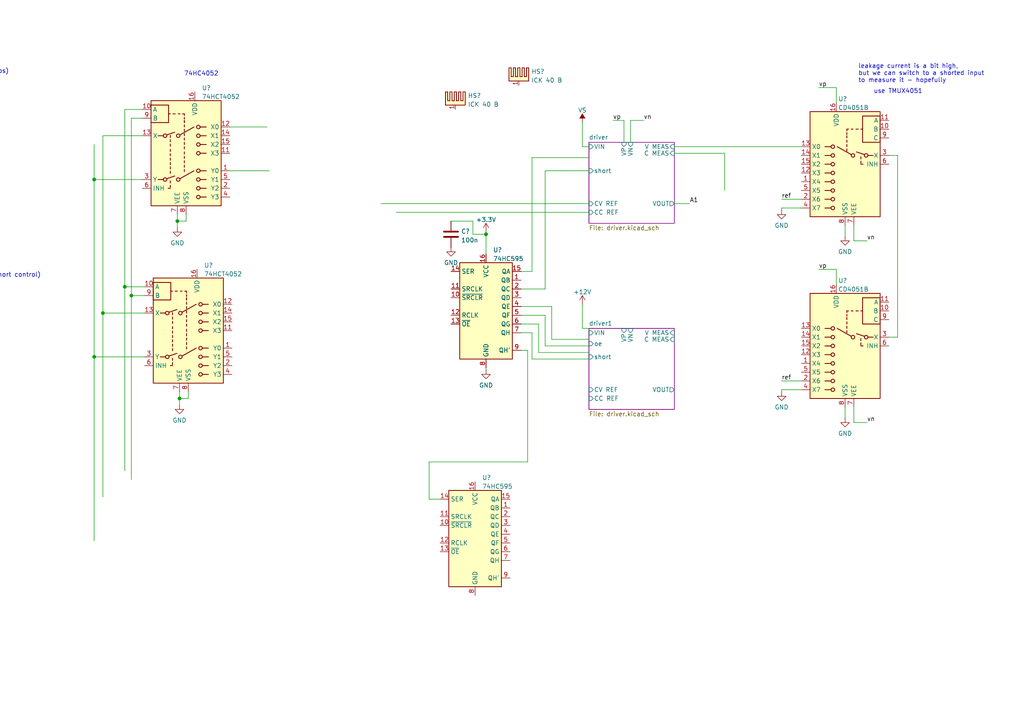
<source format=kicad_sch>
(kicad_sch (version 20211123) (generator eeschema)
  (paper "A4")
  (lib_symbols
    (symbol "74xx:74HC595"
      (property "Reference" "U" (at -7.62 13.97 0))
      (property "Value" "74HC595" (at -7.62 -16.51 0))
      (symbol "74HC595_1_0"
        (pin tri_state line (at 10.16 7.62 180) (length 2.54) (name "QB") (number "1"))
        (pin input line (at -10.16 2.54 0) (length 2.54) (name "~{SRCLR}") (number "10"))
        (pin input line (at -10.16 5.08 0) (length 2.54) (name "SRCLK") (number "11"))
        (pin input line (at -10.16 -2.54 0) (length 2.54) (name "RCLK") (number "12"))
        (pin input line (at -10.16 -5.08 0) (length 2.54) (name "~{OE}") (number "13"))
        (pin input line (at -10.16 10.16 0) (length 2.54) (name "SER") (number "14"))
        (pin tri_state line (at 10.16 10.16 180) (length 2.54) (name "QA") (number "15"))
        (pin power_in line (at 0 15.24 270) (length 2.54) (name "VCC") (number "16"))
        (pin tri_state line (at 10.16 5.08 180) (length 2.54) (name "QC") (number "2"))
        (pin tri_state line (at 10.16 2.54 180) (length 2.54) (name "QD") (number "3"))
        (pin tri_state line (at 10.16 0 180) (length 2.54) (name "QE") (number "4"))
        (pin tri_state line (at 10.16 -2.54 180) (length 2.54) (name "QF") (number "5"))
        (pin tri_state line (at 10.16 -5.08 180) (length 2.54) (name "QG") (number "6"))
        (pin tri_state line (at 10.16 -7.62 180) (length 2.54) (name "QH") (number "7"))
        (pin power_in line (at 0 -17.78 90) (length 2.54) (name "GND") (number "8"))
        (pin output line (at 10.16 -12.7 180) (length 2.54) (name "QH'") (number "9"))
      )
      (symbol "74HC595_1_1"
        (rectangle (start -7.62 12.7) (end 7.62 -15.24) (stroke (width 0.254)) (fill (type background)))
      )
    )
    (symbol "Analog_Switch:CD4051B"
      (property "Reference" "U" (at -10.16 16.51 0))
      (property "Value" "CD4051B" (at 3.81 16.51 0))
      (symbol "CD4051B_0_1"
        (rectangle (start -10.16 6.35) (end -5.08 13.97) (stroke (width 0.254)))
        (rectangle (start -10.16 15.24) (end 10.16 -15.24) (stroke (width 0.254)) (fill (type background)))
        (circle (center -6.096 2.54) (radius 0.508) (stroke (width 0.254)))
        (circle (center -2.286 2.54) (radius 0.508) (stroke (width 0.254)))
        (polyline (pts (xy -8.128 2.54) (xy -6.604 2.54)) (stroke (width 0.254)))
        (polyline (pts (xy -5.588 2.794) (xy -3.302 3.556)) (stroke (width 0.254)))
        (polyline (pts (xy -4.572 0) (xy -5.207 0)) (stroke (width 0.254)))
        (polyline (pts (xy -4.572 0.254) (xy -4.572 0.889)) (stroke (width 0.254)))
        (polyline (pts (xy -4.572 1.524) (xy -4.572 2.159)) (stroke (width 0.254)))
        (polyline (pts (xy -4.572 10.16) (xy -5.08 10.16)) (stroke (width 0.254)))
        (polyline (pts (xy -3.81 10.16) (xy -3.175 10.16)) (stroke (width 0.254)))
        (polyline (pts (xy -1.778 2.794) (xy 2.286 5.08)) (stroke (width 0.254)))
        (polyline (pts (xy -1.778 10.16) (xy -2.286 10.16)) (stroke (width 0.254)))
        (polyline (pts (xy -0.508 3.81) (xy -0.508 4.445)) (stroke (width 0.254)))
        (polyline (pts (xy -0.508 5.08) (xy -0.508 5.715)) (stroke (width 0.254)))
        (polyline (pts (xy -0.508 6.35) (xy -0.508 6.985)) (stroke (width 0.254)))
        (polyline (pts (xy -0.508 7.62) (xy -0.508 8.255)) (stroke (width 0.254)))
        (polyline (pts (xy -0.508 8.636) (xy -0.508 9.144)) (stroke (width 0.254)))
        (polyline (pts (xy -0.508 9.652) (xy -0.508 10.16)) (stroke (width 0.254)))
        (polyline (pts (xy -0.508 10.16) (xy -1.016 10.16)) (stroke (width 0.254)))
        (polyline (pts (xy 4.064 -12.7) (xy 5.842 -12.7)) (stroke (width 0.254)))
        (polyline (pts (xy 4.064 -10.16) (xy 5.842 -10.16)) (stroke (width 0.254)))
        (polyline (pts (xy 4.064 -7.62) (xy 5.842 -7.62)) (stroke (width 0.254)))
        (polyline (pts (xy 4.064 -5.08) (xy 5.842 -5.08)) (stroke (width 0.254)))
        (polyline (pts (xy 4.064 -2.54) (xy 5.842 -2.54)) (stroke (width 0.254)))
        (polyline (pts (xy 4.064 0) (xy 5.842 0)) (stroke (width 0.254)))
        (polyline (pts (xy 4.064 2.54) (xy 5.842 2.54)) (stroke (width 0.254)))
        (polyline (pts (xy 4.064 5.08) (xy 5.842 5.08)) (stroke (width 0.254)))
        (circle (center 3.556 -12.7) (radius 0.508) (stroke (width 0.254)))
        (circle (center 3.556 -10.16) (radius 0.508) (stroke (width 0.254)))
        (circle (center 3.556 -7.62) (radius 0.508) (stroke (width 0.254)))
        (circle (center 3.556 -5.08) (radius 0.508) (stroke (width 0.254)))
        (circle (center 3.556 -2.54) (radius 0.508) (stroke (width 0.254)))
        (circle (center 3.556 0) (radius 0.508) (stroke (width 0.254)))
        (circle (center 3.556 2.54) (radius 0.508) (stroke (width 0.254)))
        (circle (center 3.556 5.08) (radius 0.508) (stroke (width 0.254)))
      )
      (symbol "CD4051B_1_1"
        (pin bidirectional line (at 12.7 -5.08 180) (length 2.54) (name "X4") (number "1"))
        (pin input line (at -12.7 10.16 0) (length 2.54) (name "B") (number "10"))
        (pin input line (at -12.7 12.7 0) (length 2.54) (name "A") (number "11"))
        (pin bidirectional line (at 12.7 -2.54 180) (length 2.54) (name "X3") (number "12"))
        (pin bidirectional line (at 12.7 5.08 180) (length 2.54) (name "X0") (number "13"))
        (pin bidirectional line (at 12.7 2.54 180) (length 2.54) (name "X1") (number "14"))
        (pin bidirectional line (at 12.7 0 180) (length 2.54) (name "X2") (number "15"))
        (pin power_in line (at 2.54 17.78 270) (length 2.54) (name "VDD") (number "16"))
        (pin bidirectional line (at 12.7 -10.16 180) (length 2.54) (name "X6") (number "2"))
        (pin bidirectional line (at -12.7 2.54 0) (length 2.54) (name "X") (number "3"))
        (pin bidirectional line (at 12.7 -12.7 180) (length 2.54) (name "X7") (number "4"))
        (pin bidirectional line (at 12.7 -7.62 180) (length 2.54) (name "X5") (number "5"))
        (pin input line (at -12.7 0 0) (length 2.54) (name "INH") (number "6"))
        (pin power_in line (at -2.54 -17.78 90) (length 2.54) (name "VEE") (number "7"))
        (pin power_in line (at 0 -17.78 90) (length 2.54) (name "VSS") (number "8"))
        (pin input line (at -12.7 7.62 0) (length 2.54) (name "C") (number "9"))
      )
    )
    (symbol "Analog_Switch:CD4052B"
      (property "Reference" "U" (at -10.16 16.51 0))
      (property "Value" "CD4052B" (at 3.81 16.51 0))
      (symbol "CD4052B_0_1"
        (rectangle (start -10.16 8.89) (end -5.08 13.97) (stroke (width 0.254)))
        (rectangle (start -10.16 15.24) (end 10.16 -15.24) (stroke (width 0.254)) (fill (type background)))
        (circle (center -6.096 -7.62) (radius 0.508) (stroke (width 0.254)))
        (circle (center -6.096 5.08) (radius 0.508) (stroke (width 0.254)))
        (circle (center -2.286 -7.62) (radius 0.508) (stroke (width 0.254)))
        (circle (center -2.286 5.08) (radius 0.508) (stroke (width 0.254)))
        (polyline (pts (xy -8.128 -7.62) (xy -6.604 -7.62)) (stroke (width 0.254)))
        (polyline (pts (xy -8.128 5.08) (xy -6.604 5.08)) (stroke (width 0.254)))
        (polyline (pts (xy -5.588 -7.366) (xy -3.302 -6.604)) (stroke (width 0.254)))
        (polyline (pts (xy -5.588 5.334) (xy -3.302 6.096)) (stroke (width 0.254)))
        (polyline (pts (xy -4.572 -10.16) (xy -5.207 -10.16)) (stroke (width 0.254)))
        (polyline (pts (xy -4.572 -9.906) (xy -4.572 -9.271)) (stroke (width 0.254)))
        (polyline (pts (xy -4.572 -8.636) (xy -4.572 -8.001)) (stroke (width 0.254)))
        (polyline (pts (xy -4.572 -5.842) (xy -4.572 -5.207)) (stroke (width 0.254)))
        (polyline (pts (xy -4.572 -4.572) (xy -4.572 -3.937)) (stroke (width 0.254)))
        (polyline (pts (xy -4.572 -3.302) (xy -4.572 -2.667)) (stroke (width 0.254)))
        (polyline (pts (xy -4.572 -2.032) (xy -4.572 -1.397)) (stroke (width 0.254)))
        (polyline (pts (xy -4.572 -0.762) (xy -4.572 -0.127)) (stroke (width 0.254)))
        (polyline (pts (xy -4.572 0.508) (xy -4.572 1.143)) (stroke (width 0.254)))
        (polyline (pts (xy -4.572 2.032) (xy -4.572 2.667)) (stroke (width 0.254)))
        (polyline (pts (xy -4.572 3.302) (xy -4.572 3.937)) (stroke (width 0.254)))
        (polyline (pts (xy -4.572 4.572) (xy -4.572 5.207)) (stroke (width 0.254)))
        (polyline (pts (xy -4.572 11.43) (xy -5.08 11.43)) (stroke (width 0.254)))
        (polyline (pts (xy -3.81 11.43) (xy -3.175 11.43)) (stroke (width 0.254)))
        (polyline (pts (xy -1.778 -7.366) (xy 2.286 -5.08)) (stroke (width 0.254)))
        (polyline (pts (xy -1.778 5.334) (xy 2.286 7.62)) (stroke (width 0.254)))
        (polyline (pts (xy -1.778 11.43) (xy -2.286 11.43)) (stroke (width 0.254)))
        (polyline (pts (xy -0.508 -5.334) (xy -0.508 -4.699)) (stroke (width 0.254)))
        (polyline (pts (xy -0.508 -4.064) (xy -0.508 -3.429)) (stroke (width 0.254)))
        (polyline (pts (xy -0.508 -2.794) (xy -0.508 -2.159)) (stroke (width 0.254)))
        (polyline (pts (xy -0.508 -1.524) (xy -0.508 -0.889)) (stroke (width 0.254)))
        (polyline (pts (xy -0.508 -0.254) (xy -0.508 0.381)) (stroke (width 0.254)))
        (polyline (pts (xy -0.508 1.27) (xy -0.508 1.905)) (stroke (width 0.254)))
        (polyline (pts (xy -0.508 2.54) (xy -0.508 3.175)) (stroke (width 0.254)))
        (polyline (pts (xy -0.508 3.81) (xy -0.508 4.445)) (stroke (width 0.254)))
        (polyline (pts (xy -0.508 5.08) (xy -0.508 5.715)) (stroke (width 0.254)))
        (polyline (pts (xy -0.508 6.35) (xy -0.508 6.985)) (stroke (width 0.254)))
        (polyline (pts (xy -0.508 7.62) (xy -0.508 8.255)) (stroke (width 0.254)))
        (polyline (pts (xy -0.508 8.89) (xy -0.508 9.398)) (stroke (width 0.254)))
        (polyline (pts (xy -0.508 8.89) (xy -0.508 9.525)) (stroke (width 0.254)))
        (polyline (pts (xy -0.508 9.906) (xy -0.508 10.414)) (stroke (width 0.254)))
        (polyline (pts (xy -0.508 10.922) (xy -0.508 11.43)) (stroke (width 0.254)))
        (polyline (pts (xy -0.508 11.43) (xy -1.016 11.43)) (stroke (width 0.254)))
        (polyline (pts (xy 4.064 -12.7) (xy 5.842 -12.7)) (stroke (width 0.254)))
        (polyline (pts (xy 4.064 -10.16) (xy 5.842 -10.16)) (stroke (width 0.254)))
        (polyline (pts (xy 4.064 -7.62) (xy 5.842 -7.62)) (stroke (width 0.254)))
        (polyline (pts (xy 4.064 -5.08) (xy 5.842 -5.08)) (stroke (width 0.254)))
        (polyline (pts (xy 4.064 0) (xy 5.842 0)) (stroke (width 0.254)))
        (polyline (pts (xy 4.064 2.54) (xy 5.842 2.54)) (stroke (width 0.254)))
        (polyline (pts (xy 4.064 5.08) (xy 5.842 5.08)) (stroke (width 0.254)))
        (polyline (pts (xy 4.064 7.62) (xy 5.842 7.62)) (stroke (width 0.254)))
        (circle (center 3.556 -12.7) (radius 0.508) (stroke (width 0.254)))
        (circle (center 3.556 -10.16) (radius 0.508) (stroke (width 0.254)))
        (circle (center 3.556 -7.62) (radius 0.508) (stroke (width 0.254)))
        (circle (center 3.556 -5.08) (radius 0.508) (stroke (width 0.254)))
        (circle (center 3.556 0) (radius 0.508) (stroke (width 0.254)))
        (circle (center 3.556 2.54) (radius 0.508) (stroke (width 0.254)))
        (circle (center 3.556 5.08) (radius 0.508) (stroke (width 0.254)))
        (circle (center 3.556 7.62) (radius 0.508) (stroke (width 0.254)))
      )
      (symbol "CD4052B_1_1"
        (pin bidirectional line (at 12.7 -5.08 180) (length 2.54) (name "Y0") (number "1"))
        (pin input line (at -12.7 12.7 0) (length 2.54) (name "A") (number "10"))
        (pin bidirectional line (at 12.7 0 180) (length 2.54) (name "X3") (number "11"))
        (pin bidirectional line (at 12.7 7.62 180) (length 2.54) (name "X0") (number "12"))
        (pin bidirectional line (at -12.7 5.08 0) (length 2.54) (name "X") (number "13"))
        (pin bidirectional line (at 12.7 5.08 180) (length 2.54) (name "X1") (number "14"))
        (pin bidirectional line (at 12.7 2.54 180) (length 2.54) (name "X2") (number "15"))
        (pin power_in line (at 2.54 17.78 270) (length 2.54) (name "VDD") (number "16"))
        (pin bidirectional line (at 12.7 -10.16 180) (length 2.54) (name "Y2") (number "2"))
        (pin bidirectional line (at -12.7 -7.62 0) (length 2.54) (name "Y") (number "3"))
        (pin bidirectional line (at 12.7 -12.7 180) (length 2.54) (name "Y3") (number "4"))
        (pin bidirectional line (at 12.7 -7.62 180) (length 2.54) (name "Y1") (number "5"))
        (pin input line (at -12.7 -10.16 0) (length 2.54) (name "INH") (number "6"))
        (pin power_in line (at -2.54 -17.78 90) (length 2.54) (name "VEE") (number "7"))
        (pin power_in line (at 0 -17.78 90) (length 2.54) (name "VSS") (number "8"))
        (pin input line (at -12.7 10.16 0) (length 2.54) (name "B") (number "9"))
      )
    )
    (symbol "Device:C" (pin_numbers hide) (pin_names (offset 0.254))
      (property "Reference" "C" (at 0.635 2.54 0))
      (property "Value" "C" (at 0.635 -2.54 0))
      (symbol "C_0_1"
        (polyline (pts (xy -2.032 -0.762) (xy 2.032 -0.762)) (stroke (width 0.508)))
        (polyline (pts (xy -2.032 0.762) (xy 2.032 0.762)) (stroke (width 0.508)))
      )
      (symbol "C_1_1"
        (pin passive line (at 0 3.81 270) (length 2.794) (name "~") (number "1"))
        (pin passive line (at 0 -3.81 90) (length 2.794) (name "~") (number "2"))
      )
    )
    (symbol "Mechanical:Heatsink_Pad" (pin_names (offset 0))
      (property "Reference" "HS" (at 0 5.715 0))
      (property "Value" "Heatsink_Pad" (at 0 3.81 0))
      (symbol "Heatsink_Pad_0_1"
        (polyline (pts (xy -0.3302 0) (xy -0.9652 0) (xy -0.9652 2.54) (xy -1.6002 2.54) (xy -1.6002 0) (xy -2.2352 0) (xy -2.2352 2.54) (xy -2.8702 2.54) (xy -2.8702 -1.27) (xy -0.9652 -1.27)) (stroke (width 0.254)) (fill (type background)))
        (polyline (pts (xy -0.3302 0) (xy -0.3302 2.54) (xy 0.3048 2.54) (xy 0.3048 0) (xy 0.9398 0) (xy 0.9398 2.54) (xy 1.5748 2.54) (xy 1.5748 0) (xy 2.2098 0) (xy 2.2098 2.54) (xy 2.8448 2.54) (xy 2.8448 -1.27) (xy -0.9652 -1.27)) (stroke (width 0.254)) (fill (type background)))
      )
      (symbol "Heatsink_Pad_1_1"
        (pin passive line (at 0 -2.54 90) (length 1.27) (name "~") (number "1"))
      )
    )
    (symbol "power:+12V" (power) (pin_names (offset 0))
      (property "Value" "+12V" (at 0 3.556 0))
      (symbol "+12V_0_1"
        (polyline (pts (xy -0.762 1.27) (xy 0 2.54)))
        (polyline (pts (xy 0 0) (xy 0 2.54)))
        (polyline (pts (xy 0 2.54) (xy 0.762 1.27)))
      )
      (symbol "+12V_1_1"
        (pin power_in line (at 0 0 90) (length 0) hide (name "+12V") (number "1"))
      )
    )
    (symbol "power:+3.3V" (power) (pin_names (offset 0))
      (property "Value" "+3.3V" (at 0 3.556 0))
      (symbol "+3.3V_0_1"
        (polyline (pts (xy -0.762 1.27) (xy 0 2.54)))
        (polyline (pts (xy 0 0) (xy 0 2.54)))
        (polyline (pts (xy 0 2.54) (xy 0.762 1.27)))
      )
      (symbol "+3.3V_1_1"
        (pin power_in line (at 0 0 90) (length 0) hide (name "+3.3V") (number "1"))
      )
    )
    (symbol "power:GND" (power) (pin_names (offset 0))
      (property "Value" "GND" (at 0 -3.81 0))
      (symbol "GND_0_1"
        (polyline (pts (xy 0 0) (xy 0 -1.27) (xy 1.27 -1.27) (xy 0 -2.54) (xy -1.27 -1.27) (xy 0 -1.27)))
      )
      (symbol "GND_1_1"
        (pin power_in line (at 0 0 270) (length 0) hide (name "GND") (number "1"))
      )
    )
    (symbol "power:VS" (power) (pin_names (offset 0))
      (property "Value" "VS" (at 0 3.81 0))
      (symbol "VS_0_1"
        (polyline (pts (xy 0 0) (xy 0 2.54)))
        (polyline (pts (xy 0.762 1.27) (xy -0.762 1.27) (xy 0 2.54) (xy 0.762 1.27)) (fill (type outline)))
      )
      (symbol "VS_1_1"
        (pin power_in line (at 0 0 90) (length 0) hide (name "VS") (number "1"))
      )
    )
  )
  (junction (at 38.1 85.725))
  (junction (at 140.97 67.945))
  (junction (at 27.305 103.505))
  (junction (at 27.305 52.07))
  (junction (at 51.435 64.135))
  (junction (at 29.845 90.805))
  (junction (at 52.07 115.57))
  (junction (at 36.195 83.185))
  (wire (pts (xy 153.035 101.6) (xy 153.035 133.985)))
  (wire (pts (xy 110.49 59.055) (xy 170.815 59.055)))
  (wire (pts (xy 170.815 100.33) (xy 158.115 100.33)))
  (wire (pts (xy 78.105 49.53) (xy 66.675 49.53)))
  (wire (pts (xy 226.695 110.49) (xy 232.41 110.49)))
  (wire (pts (xy 158.115 83.82) (xy 158.115 49.53)))
  (wire (pts (xy 182.88 41.275) (xy 182.88 34.925)))
  (wire (pts (xy 154.305 104.14) (xy 170.815 104.14)))
  (wire (pts (xy 170.815 45.72) (xy 154.305 45.72)))
  (wire (pts (xy 226.695 60.325) (xy 226.695 60.96)))
  (wire (pts (xy 29.845 90.805) (xy 29.845 144.145)))
  (wire (pts (xy 29.845 39.37) (xy 29.845 90.805)))
  (wire (pts (xy 36.195 83.185) (xy 41.91 83.185)))
  (wire (pts (xy 247.65 122.555) (xy 251.46 122.555)))
  (wire (pts (xy 53.975 62.23) (xy 53.975 64.135)))
  (wire (pts (xy 237.49 25.4) (xy 242.57 25.4)))
  (wire (pts (xy 160.02 88.9) (xy 160.02 98.425)))
  (wire (pts (xy 137.16 67.945) (xy 140.97 67.945)))
  (wire (pts (xy 257.81 97.79) (xy 260.35 97.79)))
  (wire (pts (xy 195.58 44.45) (xy 210.185 44.45)))
  (wire (pts (xy 38.1 85.725) (xy 41.91 85.725)))
  (wire (pts (xy 245.11 65.405) (xy 245.11 68.58)))
  (wire (pts (xy 27.305 52.07) (xy 27.305 103.505)))
  (wire (pts (xy 52.07 113.665) (xy 52.07 115.57)))
  (wire (pts (xy 151.13 93.98) (xy 156.21 93.98)))
  (wire (pts (xy 54.61 115.57) (xy 52.07 115.57)))
  (wire (pts (xy 140.97 67.31) (xy 140.97 67.945)))
  (wire (pts (xy 52.07 115.57) (xy 52.07 117.475)))
  (wire (pts (xy 182.88 34.925) (xy 186.69 34.925)))
  (wire (pts (xy 38.1 85.725) (xy 38.1 139.065)))
  (wire (pts (xy 247.65 69.85) (xy 251.46 69.85)))
  (wire (pts (xy 140.97 106.68) (xy 140.97 107.315)))
  (wire (pts (xy 114.935 61.595) (xy 170.815 61.595)))
  (wire (pts (xy 29.845 90.805) (xy 41.91 90.805)))
  (wire (pts (xy 158.115 91.44) (xy 151.13 91.44)))
  (wire (pts (xy 160.02 98.425) (xy 170.815 98.425)))
  (wire (pts (xy 137.16 64.135) (xy 137.16 67.945)))
  (wire (pts (xy 41.275 39.37) (xy 29.845 39.37)))
  (wire (pts (xy 226.695 113.03) (xy 226.695 113.665)))
  (wire (pts (xy 151.13 83.82) (xy 158.115 83.82)))
  (wire (pts (xy 140.97 67.945) (xy 140.97 73.66)))
  (wire (pts (xy 226.695 57.785) (xy 232.41 57.785)))
  (wire (pts (xy 124.46 133.985) (xy 124.46 144.78)))
  (wire (pts (xy 36.195 136.525) (xy 36.195 83.185)))
  (wire (pts (xy 66.675 36.83) (xy 77.47 36.83)))
  (wire (pts (xy 195.58 42.545) (xy 232.41 42.545)))
  (wire (pts (xy 156.21 102.235) (xy 170.815 102.235)))
  (wire (pts (xy 130.81 64.135) (xy 137.16 64.135)))
  (wire (pts (xy 232.41 60.325) (xy 226.695 60.325)))
  (wire (pts (xy 154.305 45.72) (xy 154.305 78.74)))
  (wire (pts (xy 27.305 41.91) (xy 27.305 52.07)))
  (wire (pts (xy 195.58 59.055) (xy 200.025 59.055)))
  (wire (pts (xy 168.91 42.545) (xy 170.815 42.545)))
  (wire (pts (xy 210.185 44.45) (xy 210.185 55.245)))
  (wire (pts (xy 247.65 65.405) (xy 247.65 69.85)))
  (wire (pts (xy 242.57 25.4) (xy 242.57 29.845)))
  (wire (pts (xy 168.91 88.265) (xy 168.91 95.25)))
  (wire (pts (xy 41.275 31.75) (xy 36.195 31.75)))
  (wire (pts (xy 27.305 156.845) (xy 27.305 103.505)))
  (wire (pts (xy 38.1 34.29) (xy 38.1 85.725)))
  (wire (pts (xy 177.8 34.925) (xy 180.975 34.925)))
  (wire (pts (xy 168.91 95.25) (xy 170.815 95.25)))
  (wire (pts (xy 124.46 144.78) (xy 127.635 144.78)))
  (wire (pts (xy 153.035 133.985) (xy 124.46 133.985)))
  (wire (pts (xy 51.435 64.135) (xy 51.435 66.04)))
  (wire (pts (xy 260.35 97.79) (xy 260.35 45.085)))
  (wire (pts (xy 237.49 78.105) (xy 242.57 78.105)))
  (wire (pts (xy 54.61 113.665) (xy 54.61 115.57)))
  (wire (pts (xy 158.115 100.33) (xy 158.115 91.44)))
  (wire (pts (xy 27.305 103.505) (xy 41.91 103.505)))
  (wire (pts (xy 151.13 101.6) (xy 153.035 101.6)))
  (wire (pts (xy 151.13 88.9) (xy 160.02 88.9)))
  (wire (pts (xy 156.21 93.98) (xy 156.21 102.235)))
  (wire (pts (xy 41.275 34.29) (xy 38.1 34.29)))
  (wire (pts (xy 257.81 45.085) (xy 260.35 45.085)))
  (wire (pts (xy 232.41 113.03) (xy 226.695 113.03)))
  (wire (pts (xy 158.115 49.53) (xy 170.815 49.53)))
  (wire (pts (xy 168.91 35.56) (xy 168.91 42.545)))
  (wire (pts (xy 36.195 31.75) (xy 36.195 83.185)))
  (wire (pts (xy 180.975 41.275) (xy 180.975 34.925)))
  (wire (pts (xy 53.975 64.135) (xy 51.435 64.135)))
  (wire (pts (xy 242.57 78.105) (xy 242.57 82.55)))
  (wire (pts (xy 51.435 62.23) (xy 51.435 64.135)))
  (wire (pts (xy 154.305 96.52) (xy 154.305 104.14)))
  (wire (pts (xy 154.305 78.74) (xy 151.13 78.74)))
  (wire (pts (xy 247.65 118.11) (xy 247.65 122.555)))
  (wire (pts (xy 27.305 52.07) (xy 41.275 52.07)))
  (wire (pts (xy 245.11 118.11) (xy 245.11 121.285)))
  (wire (pts (xy 151.13 96.52) (xy 154.305 96.52)))
  (text "board inputs:\n\nhigh current supply\n+-15V\ngnds\n6x outputs + (6x kelvin clamps)\n\n1x dac output\n4x dac select => 3 pins (incl. short control)\n\n1x adc input\n4x adc select\n\n6x short control\n" (at -33.02 90.805 0) (effects (font (size 1.27 1.27)) (justify left bottom)))
  (text "leakage current is a bit high,\nbut we can switch to a shorted input\nto measure it - hopefully" (at 248.92 24.13 0) (effects (font (size 1.27 1.27)) (justify left bottom)))
  (text "74HC4052" (at 53.34 22.225 0) (effects (font (size 1.27 1.27)) (justify left bottom)))
  (text "use TMUX4051" (at 253.365 27.305 0) (effects (font (size 1.27 1.27)) (justify left bottom)))
  (text "board inputs:\n\nhigh current supply\n+-15V\ngnds\n2x6x outputs + (6x kelvin clamps)\n\n2x dac output\n3x dac select\n2x board select\n\n2x adc output\n3x adc select\n2x board select\n\n2x6x short control\n" (at -31.75 41.91 0) (effects (font (size 1.27 1.27)) (justify left bottom)))
  (label "vn" (at 251.46 69.85 0))
  (label "ref" (at 226.695 110.49 0))
  (label "vn" (at 186.69 34.925 0))
  (label "vp" (at 237.49 78.105 0))
  (label "vn" (at 251.46 122.555 0))
  (label "vp" (at 237.49 25.4 0))
  (label "A1" (at 200.025 59.055 0))
  (label "ref" (at 226.695 57.785 0))
  (label "vp" (at 177.8 34.925 0))
  (symbol (lib_id "Mechanical:Heatsink_Pad") (at 150.495 22.225 0) (unit 1)
    (property "Reference" "HS?" (at 154.1018 20.7553 0) (effects (justify left)))
    (property "Value" "ICK 40 B" (at 154.1018 23.2922 0) (effects (justify left)))
  )
  (symbol (lib_id "74xx:74HC595") (at 137.795 154.94 0) (unit 1)
    (property "Reference" "U?" (at 139.8144 138.5402 0) (effects (justify left)))
    (property "Value" "74HC595" (at 139.8144 141.0771 0) (effects (justify left)))
    (property "Datasheet" "http://www.ti.com/lit/ds/symlink/sn74hc595.pdf" (effects hide))
  )
  (symbol (lib_id "power:GND") (at 226.695 60.96 0) (unit 1)
    (property "Reference" "#PWR?" (effects hide))
    (property "Value" "GND" (at 226.695 65.4034 0))
  )
  (symbol (lib_id "Device:C") (at 130.81 67.945 0) (unit 1)
    (property "Reference" "C?" (at 133.731 67.1103 0) (effects (justify left)))
    (property "Value" "100n" (at 133.731 69.6472 0) (effects (justify left)))
  )
  (symbol (lib_id "power:GND") (at 130.81 71.755 0) (unit 1)
    (property "Reference" "#PWR?" (effects hide))
    (property "Value" "GND" (at 130.81 76.1984 0))
  )
  (symbol (lib_id "power:VS") (at 168.91 35.56 0) (unit 1)
    (property "Reference" "#PWR?" (effects hide))
    (property "Value" "VS" (at 168.91 31.9842 0))
  )
  (symbol (lib_id "power:GND") (at 245.11 68.58 0) (unit 1)
    (property "Reference" "#PWR?" (effects hide))
    (property "Value" "GND" (at 245.11 73.0234 0))
  )
  (symbol (lib_id "74xx:74HC595") (at 140.97 88.9 0) (unit 1)
    (property "Reference" "U?" (at 142.9894 72.5002 0) (effects (justify left)))
    (property "Value" "74HC595" (at 142.9894 75.0371 0) (effects (justify left)))
    (property "Datasheet" "http://www.ti.com/lit/ds/symlink/sn74hc595.pdf" (effects hide))
  )
  (symbol (lib_id "power:+12V") (at 168.91 88.265 0) (unit 1)
    (property "Reference" "#PWR?" (effects hide))
    (property "Value" "+12V" (at 168.91 84.6892 0))
  )
  (symbol (lib_id "Analog_Switch:CD4052B") (at 53.975 44.45 0) (unit 1)
    (property "Reference" "U?" (at 58.5344 25.5102 0) (effects (justify left)))
    (property "Value" "74HCT4052" (at 58.5344 28.0471 0) (effects (justify left)))
    (property "Datasheet" "https://www.ti.com/lit/ds/symlink/cd74hc4052.pdf" (effects hide))
  )
  (symbol (lib_id "power:GND") (at 140.97 107.315 0) (unit 1)
    (property "Reference" "#PWR?" (effects hide))
    (property "Value" "GND" (at 140.97 111.7584 0))
  )
  (symbol (lib_id "power:+3.3V") (at 140.97 67.31 0) (unit 1)
    (property "Reference" "#PWR?" (effects hide))
    (property "Value" "+3.3V" (at 140.97 63.7342 0))
  )
  (symbol (lib_id "Analog_Switch:CD4051B") (at 245.11 47.625 0) (mirror y) (unit 1)
    (property "Reference" "U?" (at 243.0906 28.6852 0) (effects (justify right)))
    (property "Value" "CD4051B" (at 243.0906 31.2221 0) (effects (justify right)))
    (property "Datasheet" "http://www.ti.com/lit/ds/symlink/cd4052b.pdf" (effects hide))
  )
  (symbol (lib_id "power:GND") (at 245.11 121.285 0) (unit 1)
    (property "Reference" "#PWR?" (effects hide))
    (property "Value" "GND" (at 245.11 125.7284 0))
  )
  (symbol (lib_id "power:GND") (at 226.695 113.665 0) (unit 1)
    (property "Reference" "#PWR?" (effects hide))
    (property "Value" "GND" (at 226.695 118.1084 0))
  )
  (symbol (lib_id "Analog_Switch:CD4052B") (at 54.61 95.885 0) (unit 1)
    (property "Reference" "U?" (at 59.1694 76.9452 0) (effects (justify left)))
    (property "Value" "74HCT4052" (at 59.1694 79.4821 0) (effects (justify left)))
    (property "Datasheet" "https://www.ti.com/lit/ds/symlink/cd74hc4052.pdf" (effects hide))
  )
  (symbol (lib_id "power:GND") (at 52.07 117.475 0) (unit 1)
    (property "Reference" "#PWR?" (effects hide))
    (property "Value" "GND" (at 52.07 121.9184 0))
  )
  (symbol (lib_id "Mechanical:Heatsink_Pad") (at 132.08 29.21 0) (unit 1)
    (property "Reference" "HS?" (at 135.6868 27.7403 0) (effects (justify left)))
    (property "Value" "ICK 40 B" (at 135.6868 30.2772 0) (effects (justify left)))
  )
  (symbol (lib_id "Analog_Switch:CD4051B") (at 245.11 100.33 0) (mirror y) (unit 1)
    (property "Reference" "U?" (at 243.0906 81.3902 0) (effects (justify right)))
    (property "Value" "CD4051B" (at 243.0906 83.9271 0) (effects (justify right)))
    (property "Datasheet" "http://www.ti.com/lit/ds/symlink/cd4052b.pdf" (effects hide))
  )
  (symbol (lib_id "power:GND") (at 51.435 66.04 0) (unit 1)
    (property "Reference" "#PWR?" (effects hide))
    (property "Value" "GND" (at 51.435 70.4834 0))
  )
  (sheet (at 170.815 95.25) (size 24.765 23.495) (stroke (width 0.1524) (color 132 0 132 1)) (fill (color 255 255 255 0.0000))
    (property "Sheet name" "driver1" (at 170.815 94.5384 0) (effects (justify left bottom)))
    (property "Sheet file" "driver.kicad_sch" (at 170.815 119.3296 0) (effects (justify left top)))
    (pin "short" input (at 170.815 103.505 180))
    (pin "CC REF" input (at 170.815 115.57 180))
    (pin "CV REF" input (at 170.815 113.03 180))
    (pin "oe" input (at 170.815 99.695 180))
    (pin "VIN" input (at 170.815 96.52 180))
    (pin "VN" input (at 182.88 95.25 90))
    (pin "VP" input (at 180.975 95.25 90))
    (pin "C MEAS" input (at 195.58 98.425 0))
    (pin "V MEAS" input (at 195.58 96.52 0))
    (pin "VOUT" output (at 195.58 113.03 0))
  )
  (sheet (at 170.815 41.275) (size 24.765 23.495) (stroke (width 0.1524) (color 132 0 132 1)) (fill (color 255 255 255 0.0000))
    (property "Sheet name" "driver" (at 170.815 40.5634 0) (effects (justify left bottom)))
    (property "Sheet file" "driver.kicad_sch" (at 170.815 65.3546 0) (effects (justify left top)))
    (pin "short" input (at 170.815 49.53 180))
    (pin "CC REF" input (at 170.815 61.595 180))
    (pin "CV REF" input (at 170.815 59.055 180))
    (pin "VIN" input (at 170.815 42.545 180))
    (pin "VN" input (at 182.88 41.275 90))
    (pin "VP" input (at 180.975 41.275 90))
    (pin "C MEAS" input (at 195.58 44.45 0))
    (pin "V MEAS" input (at 195.58 42.545 0))
    (pin "VOUT" output (at 195.58 59.055 0))
  )
)
</source>
